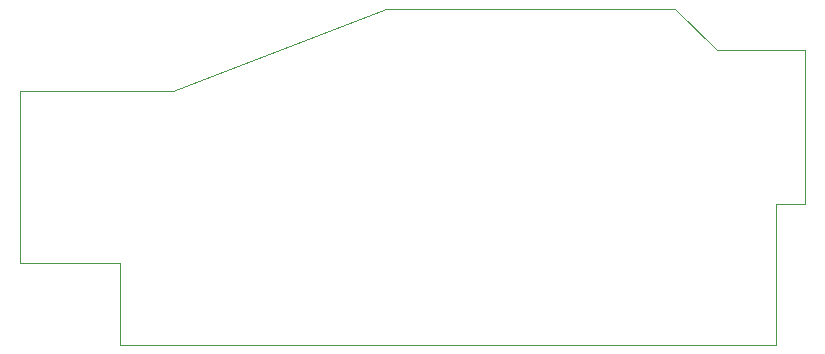
<source format=gbr>
%TF.GenerationSoftware,KiCad,Pcbnew,9.0.4*%
%TF.CreationDate,2025-09-27T14:14:02+05:30*%
%TF.ProjectId,EEG,4545472e-6b69-4636-9164-5f7063625858,rev?*%
%TF.SameCoordinates,Original*%
%TF.FileFunction,Profile,NP*%
%FSLAX46Y46*%
G04 Gerber Fmt 4.6, Leading zero omitted, Abs format (unit mm)*
G04 Created by KiCad (PCBNEW 9.0.4) date 2025-09-27 14:14:02*
%MOMM*%
%LPD*%
G01*
G04 APERTURE LIST*
%TA.AperFunction,Profile*%
%ADD10C,0.050000*%
%TD*%
G04 APERTURE END LIST*
D10*
X102000000Y-76500000D02*
X102000000Y-91000000D01*
X115000000Y-76500000D02*
X102000000Y-76500000D01*
X133000000Y-69500000D02*
X115000000Y-76500000D01*
X157500000Y-69500000D02*
X133000000Y-69500000D01*
X161000000Y-73000000D02*
X157500000Y-69500000D01*
X168500000Y-73000000D02*
X161000000Y-73000000D01*
X168500000Y-86000000D02*
X168500000Y-73000000D01*
X166000000Y-86000000D02*
X168500000Y-86000000D01*
X166000000Y-98000000D02*
X166000000Y-86000000D01*
X110500000Y-98000000D02*
X166000000Y-98000000D01*
X110500000Y-91000000D02*
X110500000Y-98000000D01*
X102000000Y-91000000D02*
X110500000Y-91000000D01*
M02*

</source>
